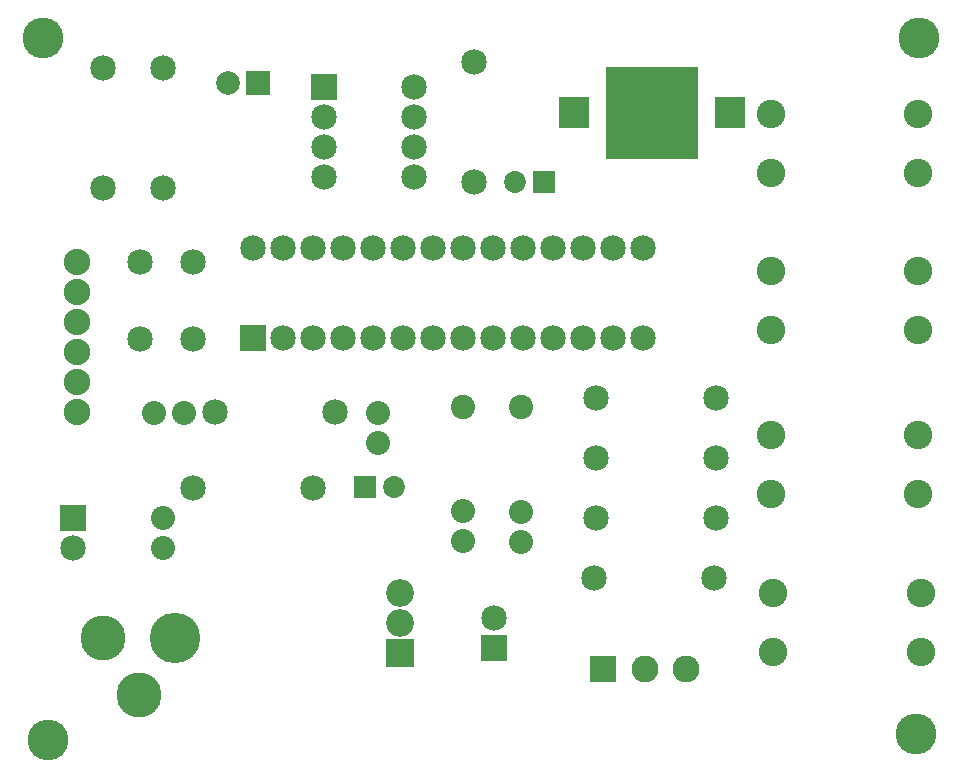
<source format=gts>
G04 MADE WITH FRITZING*
G04 WWW.FRITZING.ORG*
G04 DOUBLE SIDED*
G04 HOLES PLATED*
G04 CONTOUR ON CENTER OF CONTOUR VECTOR*
%ASAXBY*%
%FSLAX23Y23*%
%MOIN*%
%OFA0B0*%
%SFA1.0B1.0*%
%ADD10C,0.103000*%
%ADD11C,0.088000*%
%ADD12C,0.085000*%
%ADD13C,0.080000*%
%ADD14C,0.090000*%
%ADD15C,0.092000*%
%ADD16C,0.168100*%
%ADD17C,0.150000*%
%ADD18C,0.072992*%
%ADD19C,0.080925*%
%ADD20C,0.080866*%
%ADD21C,0.079000*%
%ADD22C,0.095000*%
%ADD23C,0.135984*%
%ADD24R,0.310000X0.309999*%
%ADD25R,0.090000X0.090000*%
%ADD26R,0.085000X0.085000*%
%ADD27R,0.092000X0.092000*%
%ADD28R,0.072992X0.072992*%
%ADD29R,0.079000X0.079000*%
%ADD30R,0.001000X0.001000*%
%LNMASK1*%
G90*
G70*
G54D10*
X1871Y2200D03*
X2391Y2200D03*
X1871Y2200D03*
X2391Y2200D03*
G54D11*
X212Y1202D03*
X212Y1302D03*
X212Y1402D03*
X212Y1502D03*
X212Y1602D03*
X212Y1702D03*
G54D12*
X599Y1702D03*
X599Y1446D03*
X422Y1702D03*
X422Y1446D03*
G54D13*
X569Y1198D03*
X469Y1198D03*
G54D14*
X1967Y346D03*
X2105Y346D03*
X2243Y346D03*
G54D12*
X801Y1448D03*
X801Y1748D03*
X901Y1448D03*
X901Y1748D03*
X1001Y1448D03*
X1001Y1748D03*
X1101Y1448D03*
X1101Y1748D03*
X1201Y1448D03*
X1201Y1748D03*
X1301Y1448D03*
X1301Y1748D03*
X1401Y1448D03*
X1401Y1748D03*
X1501Y1448D03*
X1501Y1748D03*
X1601Y1448D03*
X1601Y1748D03*
X1701Y1448D03*
X1701Y1748D03*
X1801Y1448D03*
X1801Y1748D03*
X1901Y1448D03*
X1901Y1748D03*
X2001Y1448D03*
X2001Y1748D03*
X2101Y1448D03*
X2101Y1748D03*
G54D15*
X1289Y400D03*
X1289Y500D03*
X1289Y600D03*
G54D16*
X541Y448D03*
G54D17*
X301Y448D03*
X421Y258D03*
G54D13*
X501Y748D03*
X501Y848D03*
G54D12*
X1602Y417D03*
X1602Y517D03*
X201Y848D03*
X201Y748D03*
G54D18*
X1172Y951D03*
X1271Y951D03*
G54D12*
X1001Y948D03*
X601Y948D03*
X674Y1201D03*
X1074Y1201D03*
G54D19*
X1692Y1218D03*
G54D20*
X1499Y1218D03*
G54D13*
X1215Y1200D03*
X1215Y1099D03*
X1501Y773D03*
X1501Y873D03*
X1693Y868D03*
X1693Y768D03*
G54D18*
X1771Y1970D03*
X1673Y1970D03*
G54D12*
X1535Y1969D03*
X1535Y2369D03*
X1037Y2286D03*
X1337Y2286D03*
X1037Y2186D03*
X1337Y2186D03*
X1037Y2086D03*
X1337Y2086D03*
X1037Y1986D03*
X1337Y1986D03*
X501Y1948D03*
X501Y2348D03*
X301Y1948D03*
X301Y2348D03*
G54D21*
X815Y2298D03*
X715Y2298D03*
G54D22*
X3017Y2196D03*
X3017Y1999D03*
X2525Y1999D03*
X2525Y2196D03*
X3017Y2196D03*
X3017Y1999D03*
X2525Y1999D03*
X2525Y2196D03*
X3017Y2196D03*
X3017Y1999D03*
X2525Y1999D03*
X2525Y2196D03*
X3017Y1672D03*
X3017Y1475D03*
X2525Y1475D03*
X2525Y1672D03*
X3017Y1672D03*
X3017Y1475D03*
X2525Y1475D03*
X2525Y1672D03*
X3017Y1672D03*
X3017Y1475D03*
X2525Y1475D03*
X2525Y1672D03*
G54D12*
X2342Y1248D03*
X1942Y1248D03*
X2342Y848D03*
X1942Y848D03*
X2342Y1048D03*
X1942Y1048D03*
X2337Y648D03*
X1937Y648D03*
G54D23*
X3021Y2448D03*
X3009Y129D03*
X101Y2448D03*
X117Y109D03*
G54D22*
X3025Y598D03*
X3025Y401D03*
X2533Y401D03*
X2533Y598D03*
X3025Y598D03*
X3025Y401D03*
X2533Y401D03*
X2533Y598D03*
X3025Y598D03*
X3025Y401D03*
X2533Y401D03*
X2533Y598D03*
X3017Y1125D03*
X3017Y928D03*
X2525Y928D03*
X2525Y1125D03*
X3017Y1125D03*
X3017Y928D03*
X2525Y928D03*
X2525Y1125D03*
X3017Y1125D03*
X3017Y928D03*
X2525Y928D03*
X2525Y1125D03*
G54D24*
X2131Y2200D03*
G54D25*
X1967Y346D03*
G54D26*
X801Y1448D03*
G54D27*
X1289Y400D03*
G54D26*
X1602Y417D03*
X201Y848D03*
G54D28*
X1172Y951D03*
X1771Y1970D03*
G54D26*
X1037Y2286D03*
G54D29*
X815Y2298D03*
G54D30*
X1819Y2251D02*
X1921Y2251D01*
X2339Y2251D02*
X2441Y2251D01*
X1819Y2250D02*
X1921Y2250D01*
X2339Y2250D02*
X2441Y2250D01*
X1819Y2249D02*
X1921Y2249D01*
X2339Y2249D02*
X2441Y2249D01*
X1819Y2248D02*
X1921Y2248D01*
X2339Y2248D02*
X2441Y2248D01*
X1819Y2247D02*
X1921Y2247D01*
X2339Y2247D02*
X2441Y2247D01*
X1819Y2246D02*
X1921Y2246D01*
X2339Y2246D02*
X2441Y2246D01*
X1819Y2245D02*
X1921Y2245D01*
X2339Y2245D02*
X2441Y2245D01*
X1819Y2244D02*
X1921Y2244D01*
X2339Y2244D02*
X2441Y2244D01*
X1819Y2243D02*
X1921Y2243D01*
X2339Y2243D02*
X2441Y2243D01*
X1819Y2242D02*
X1921Y2242D01*
X2339Y2242D02*
X2441Y2242D01*
X1819Y2241D02*
X1921Y2241D01*
X2339Y2241D02*
X2441Y2241D01*
X1819Y2240D02*
X1921Y2240D01*
X2339Y2240D02*
X2441Y2240D01*
X1819Y2239D02*
X1921Y2239D01*
X2339Y2239D02*
X2441Y2239D01*
X1819Y2238D02*
X1921Y2238D01*
X2339Y2238D02*
X2441Y2238D01*
X1819Y2237D02*
X1921Y2237D01*
X2339Y2237D02*
X2441Y2237D01*
X1819Y2236D02*
X1921Y2236D01*
X2339Y2236D02*
X2441Y2236D01*
X1819Y2235D02*
X1921Y2235D01*
X2339Y2235D02*
X2441Y2235D01*
X1819Y2234D02*
X1921Y2234D01*
X2339Y2234D02*
X2441Y2234D01*
X1819Y2233D02*
X1921Y2233D01*
X2339Y2233D02*
X2441Y2233D01*
X1819Y2232D02*
X1921Y2232D01*
X2339Y2232D02*
X2441Y2232D01*
X1819Y2231D02*
X1862Y2231D01*
X1879Y2231D02*
X1921Y2231D01*
X2339Y2231D02*
X2382Y2231D01*
X2399Y2231D02*
X2441Y2231D01*
X1819Y2230D02*
X1859Y2230D01*
X1882Y2230D02*
X1921Y2230D01*
X2339Y2230D02*
X2378Y2230D01*
X2402Y2230D02*
X2441Y2230D01*
X1819Y2229D02*
X1856Y2229D01*
X1884Y2229D02*
X1921Y2229D01*
X2339Y2229D02*
X2376Y2229D01*
X2404Y2229D02*
X2441Y2229D01*
X1819Y2228D02*
X1854Y2228D01*
X1886Y2228D02*
X1921Y2228D01*
X2339Y2228D02*
X2374Y2228D01*
X2406Y2228D02*
X2441Y2228D01*
X1819Y2227D02*
X1853Y2227D01*
X1888Y2227D02*
X1921Y2227D01*
X2339Y2227D02*
X2373Y2227D01*
X2408Y2227D02*
X2441Y2227D01*
X1819Y2226D02*
X1851Y2226D01*
X1889Y2226D02*
X1921Y2226D01*
X2339Y2226D02*
X2371Y2226D01*
X2409Y2226D02*
X2441Y2226D01*
X1819Y2225D02*
X1850Y2225D01*
X1890Y2225D02*
X1921Y2225D01*
X2339Y2225D02*
X2370Y2225D01*
X2410Y2225D02*
X2441Y2225D01*
X1819Y2224D02*
X1849Y2224D01*
X1892Y2224D02*
X1921Y2224D01*
X2339Y2224D02*
X2369Y2224D01*
X2412Y2224D02*
X2441Y2224D01*
X1819Y2223D02*
X1848Y2223D01*
X1893Y2223D02*
X1921Y2223D01*
X2339Y2223D02*
X2368Y2223D01*
X2413Y2223D02*
X2441Y2223D01*
X1819Y2222D02*
X1847Y2222D01*
X1894Y2222D02*
X1921Y2222D01*
X2339Y2222D02*
X2367Y2222D01*
X2414Y2222D02*
X2441Y2222D01*
X1819Y2221D02*
X1846Y2221D01*
X1895Y2221D02*
X1921Y2221D01*
X2339Y2221D02*
X2366Y2221D01*
X2414Y2221D02*
X2441Y2221D01*
X1819Y2220D02*
X1845Y2220D01*
X1895Y2220D02*
X1921Y2220D01*
X2339Y2220D02*
X2365Y2220D01*
X2415Y2220D02*
X2441Y2220D01*
X1819Y2219D02*
X1844Y2219D01*
X1896Y2219D02*
X1921Y2219D01*
X2339Y2219D02*
X2364Y2219D01*
X2416Y2219D02*
X2441Y2219D01*
X1819Y2218D02*
X1843Y2218D01*
X1897Y2218D02*
X1921Y2218D01*
X2339Y2218D02*
X2363Y2218D01*
X2417Y2218D02*
X2441Y2218D01*
X1819Y2217D02*
X1843Y2217D01*
X1898Y2217D02*
X1921Y2217D01*
X2339Y2217D02*
X2363Y2217D01*
X2417Y2217D02*
X2441Y2217D01*
X1819Y2216D02*
X1842Y2216D01*
X1898Y2216D02*
X1921Y2216D01*
X2339Y2216D02*
X2362Y2216D01*
X2418Y2216D02*
X2441Y2216D01*
X1819Y2215D02*
X1842Y2215D01*
X1899Y2215D02*
X1921Y2215D01*
X2339Y2215D02*
X2362Y2215D01*
X2419Y2215D02*
X2441Y2215D01*
X1819Y2214D02*
X1841Y2214D01*
X1899Y2214D02*
X1921Y2214D01*
X2339Y2214D02*
X2361Y2214D01*
X2419Y2214D02*
X2441Y2214D01*
X1819Y2213D02*
X1841Y2213D01*
X1900Y2213D02*
X1921Y2213D01*
X2339Y2213D02*
X2361Y2213D01*
X2420Y2213D02*
X2441Y2213D01*
X1819Y2212D02*
X1840Y2212D01*
X1900Y2212D02*
X1921Y2212D01*
X2339Y2212D02*
X2360Y2212D01*
X2420Y2212D02*
X2441Y2212D01*
X1819Y2211D02*
X1840Y2211D01*
X1900Y2211D02*
X1921Y2211D01*
X2339Y2211D02*
X2360Y2211D01*
X2420Y2211D02*
X2441Y2211D01*
X1819Y2210D02*
X1840Y2210D01*
X1901Y2210D02*
X1921Y2210D01*
X2339Y2210D02*
X2359Y2210D01*
X2421Y2210D02*
X2441Y2210D01*
X1819Y2209D02*
X1839Y2209D01*
X1901Y2209D02*
X1921Y2209D01*
X2339Y2209D02*
X2359Y2209D01*
X2421Y2209D02*
X2441Y2209D01*
X1819Y2208D02*
X1839Y2208D01*
X1901Y2208D02*
X1921Y2208D01*
X2339Y2208D02*
X2359Y2208D01*
X2421Y2208D02*
X2441Y2208D01*
X1819Y2207D02*
X1839Y2207D01*
X1902Y2207D02*
X1921Y2207D01*
X2339Y2207D02*
X2359Y2207D01*
X2421Y2207D02*
X2441Y2207D01*
X1819Y2206D02*
X1839Y2206D01*
X1902Y2206D02*
X1921Y2206D01*
X2339Y2206D02*
X2359Y2206D01*
X2422Y2206D02*
X2441Y2206D01*
X1819Y2205D02*
X1839Y2205D01*
X1902Y2205D02*
X1921Y2205D01*
X2339Y2205D02*
X2358Y2205D01*
X2422Y2205D02*
X2441Y2205D01*
X1819Y2204D02*
X1838Y2204D01*
X1902Y2204D02*
X1921Y2204D01*
X2339Y2204D02*
X2358Y2204D01*
X2422Y2204D02*
X2441Y2204D01*
X1819Y2203D02*
X1838Y2203D01*
X1902Y2203D02*
X1921Y2203D01*
X2339Y2203D02*
X2358Y2203D01*
X2422Y2203D02*
X2441Y2203D01*
X1819Y2202D02*
X1838Y2202D01*
X1902Y2202D02*
X1921Y2202D01*
X2339Y2202D02*
X2358Y2202D01*
X2422Y2202D02*
X2441Y2202D01*
X1819Y2201D02*
X1838Y2201D01*
X1902Y2201D02*
X1921Y2201D01*
X2339Y2201D02*
X2358Y2201D01*
X2422Y2201D02*
X2441Y2201D01*
X1819Y2200D02*
X1838Y2200D01*
X1902Y2200D02*
X1921Y2200D01*
X2339Y2200D02*
X2358Y2200D01*
X2422Y2200D02*
X2441Y2200D01*
X1819Y2199D02*
X1838Y2199D01*
X1902Y2199D02*
X1921Y2199D01*
X2339Y2199D02*
X2358Y2199D01*
X2422Y2199D02*
X2441Y2199D01*
X1819Y2198D02*
X1838Y2198D01*
X1902Y2198D02*
X1921Y2198D01*
X2339Y2198D02*
X2358Y2198D01*
X2422Y2198D02*
X2441Y2198D01*
X1819Y2197D02*
X1838Y2197D01*
X1902Y2197D02*
X1921Y2197D01*
X2339Y2197D02*
X2358Y2197D01*
X2422Y2197D02*
X2441Y2197D01*
X1819Y2196D02*
X1839Y2196D01*
X1902Y2196D02*
X1921Y2196D01*
X2339Y2196D02*
X2358Y2196D01*
X2422Y2196D02*
X2441Y2196D01*
X1819Y2195D02*
X1839Y2195D01*
X1902Y2195D02*
X1921Y2195D01*
X2339Y2195D02*
X2359Y2195D01*
X2422Y2195D02*
X2441Y2195D01*
X1819Y2194D02*
X1839Y2194D01*
X1902Y2194D02*
X1921Y2194D01*
X2339Y2194D02*
X2359Y2194D01*
X2421Y2194D02*
X2441Y2194D01*
X1819Y2193D02*
X1839Y2193D01*
X1901Y2193D02*
X1921Y2193D01*
X2339Y2193D02*
X2359Y2193D01*
X2421Y2193D02*
X2441Y2193D01*
X1819Y2192D02*
X1839Y2192D01*
X1901Y2192D02*
X1921Y2192D01*
X2339Y2192D02*
X2359Y2192D01*
X2421Y2192D02*
X2441Y2192D01*
X1819Y2191D02*
X1840Y2191D01*
X1901Y2191D02*
X1921Y2191D01*
X2339Y2191D02*
X2359Y2191D01*
X2421Y2191D02*
X2441Y2191D01*
X1819Y2190D02*
X1840Y2190D01*
X1900Y2190D02*
X1921Y2190D01*
X2339Y2190D02*
X2360Y2190D01*
X2420Y2190D02*
X2441Y2190D01*
X1819Y2189D02*
X1840Y2189D01*
X1900Y2189D02*
X1921Y2189D01*
X2339Y2189D02*
X2360Y2189D01*
X2420Y2189D02*
X2441Y2189D01*
X1819Y2188D02*
X1841Y2188D01*
X1900Y2188D02*
X1921Y2188D01*
X2339Y2188D02*
X2361Y2188D01*
X2420Y2188D02*
X2441Y2188D01*
X1819Y2187D02*
X1841Y2187D01*
X1899Y2187D02*
X1921Y2187D01*
X2339Y2187D02*
X2361Y2187D01*
X2419Y2187D02*
X2441Y2187D01*
X1819Y2186D02*
X1842Y2186D01*
X1899Y2186D02*
X1921Y2186D01*
X2339Y2186D02*
X2362Y2186D01*
X2419Y2186D02*
X2441Y2186D01*
X1819Y2185D02*
X1842Y2185D01*
X1898Y2185D02*
X1921Y2185D01*
X2339Y2185D02*
X2362Y2185D01*
X2418Y2185D02*
X2441Y2185D01*
X1819Y2184D02*
X1843Y2184D01*
X1898Y2184D02*
X1921Y2184D01*
X2339Y2184D02*
X2363Y2184D01*
X2417Y2184D02*
X2441Y2184D01*
X1819Y2183D02*
X1843Y2183D01*
X1897Y2183D02*
X1921Y2183D01*
X2339Y2183D02*
X2363Y2183D01*
X2417Y2183D02*
X2441Y2183D01*
X1819Y2182D02*
X1844Y2182D01*
X1896Y2182D02*
X1921Y2182D01*
X2339Y2182D02*
X2364Y2182D01*
X2416Y2182D02*
X2441Y2182D01*
X1819Y2181D02*
X1845Y2181D01*
X1895Y2181D02*
X1921Y2181D01*
X2339Y2181D02*
X2365Y2181D01*
X2415Y2181D02*
X2441Y2181D01*
X1819Y2180D02*
X1846Y2180D01*
X1895Y2180D02*
X1921Y2180D01*
X2339Y2180D02*
X2366Y2180D01*
X2414Y2180D02*
X2441Y2180D01*
X1819Y2179D02*
X1847Y2179D01*
X1894Y2179D02*
X1921Y2179D01*
X2339Y2179D02*
X2367Y2179D01*
X2414Y2179D02*
X2441Y2179D01*
X1819Y2178D02*
X1848Y2178D01*
X1893Y2178D02*
X1921Y2178D01*
X2339Y2178D02*
X2368Y2178D01*
X2413Y2178D02*
X2441Y2178D01*
X1819Y2177D02*
X1849Y2177D01*
X1892Y2177D02*
X1921Y2177D01*
X2339Y2177D02*
X2369Y2177D01*
X2412Y2177D02*
X2441Y2177D01*
X1819Y2176D02*
X1850Y2176D01*
X1891Y2176D02*
X1921Y2176D01*
X2339Y2176D02*
X2370Y2176D01*
X2410Y2176D02*
X2441Y2176D01*
X1819Y2175D02*
X1851Y2175D01*
X1889Y2175D02*
X1921Y2175D01*
X2339Y2175D02*
X2371Y2175D01*
X2409Y2175D02*
X2441Y2175D01*
X1819Y2174D02*
X1853Y2174D01*
X1888Y2174D02*
X1921Y2174D01*
X2339Y2174D02*
X2372Y2174D01*
X2408Y2174D02*
X2441Y2174D01*
X1819Y2173D02*
X1854Y2173D01*
X1886Y2173D02*
X1921Y2173D01*
X2339Y2173D02*
X2374Y2173D01*
X2406Y2173D02*
X2441Y2173D01*
X1819Y2172D02*
X1856Y2172D01*
X1884Y2172D02*
X1921Y2172D01*
X2339Y2172D02*
X2376Y2172D01*
X2404Y2172D02*
X2441Y2172D01*
X1819Y2171D02*
X1858Y2171D01*
X1882Y2171D02*
X1921Y2171D01*
X2339Y2171D02*
X2378Y2171D01*
X2402Y2171D02*
X2441Y2171D01*
X1819Y2170D02*
X1862Y2170D01*
X1879Y2170D02*
X1921Y2170D01*
X2339Y2170D02*
X2382Y2170D01*
X2399Y2170D02*
X2441Y2170D01*
X1819Y2169D02*
X1921Y2169D01*
X2339Y2169D02*
X2441Y2169D01*
X1819Y2168D02*
X1921Y2168D01*
X2339Y2168D02*
X2441Y2168D01*
X1819Y2167D02*
X1921Y2167D01*
X2339Y2167D02*
X2441Y2167D01*
X1819Y2166D02*
X1921Y2166D01*
X2339Y2166D02*
X2441Y2166D01*
X1819Y2165D02*
X1921Y2165D01*
X2339Y2165D02*
X2441Y2165D01*
X1819Y2164D02*
X1921Y2164D01*
X2339Y2164D02*
X2441Y2164D01*
X1819Y2163D02*
X1921Y2163D01*
X2339Y2163D02*
X2441Y2163D01*
X1819Y2162D02*
X1921Y2162D01*
X2339Y2162D02*
X2441Y2162D01*
X1819Y2161D02*
X1921Y2161D01*
X2339Y2161D02*
X2441Y2161D01*
X1819Y2160D02*
X1921Y2160D01*
X2339Y2160D02*
X2441Y2160D01*
X1819Y2159D02*
X1921Y2159D01*
X2339Y2159D02*
X2441Y2159D01*
X1819Y2158D02*
X1921Y2158D01*
X2339Y2158D02*
X2441Y2158D01*
X1819Y2157D02*
X1921Y2157D01*
X2339Y2157D02*
X2441Y2157D01*
X1819Y2156D02*
X1921Y2156D01*
X2339Y2156D02*
X2441Y2156D01*
X1819Y2155D02*
X1921Y2155D01*
X2339Y2155D02*
X2441Y2155D01*
X1819Y2154D02*
X1921Y2154D01*
X2339Y2154D02*
X2441Y2154D01*
X1819Y2153D02*
X1921Y2153D01*
X2339Y2153D02*
X2441Y2153D01*
X1819Y2152D02*
X1921Y2152D01*
X2339Y2152D02*
X2441Y2152D01*
X1819Y2151D02*
X1921Y2151D01*
X2339Y2151D02*
X2441Y2151D01*
X1819Y2150D02*
X1921Y2150D01*
X2339Y2150D02*
X2441Y2150D01*
X1820Y2149D02*
X1921Y2149D01*
X2340Y2149D02*
X2441Y2149D01*
D02*
G04 End of Mask1*
M02*
</source>
